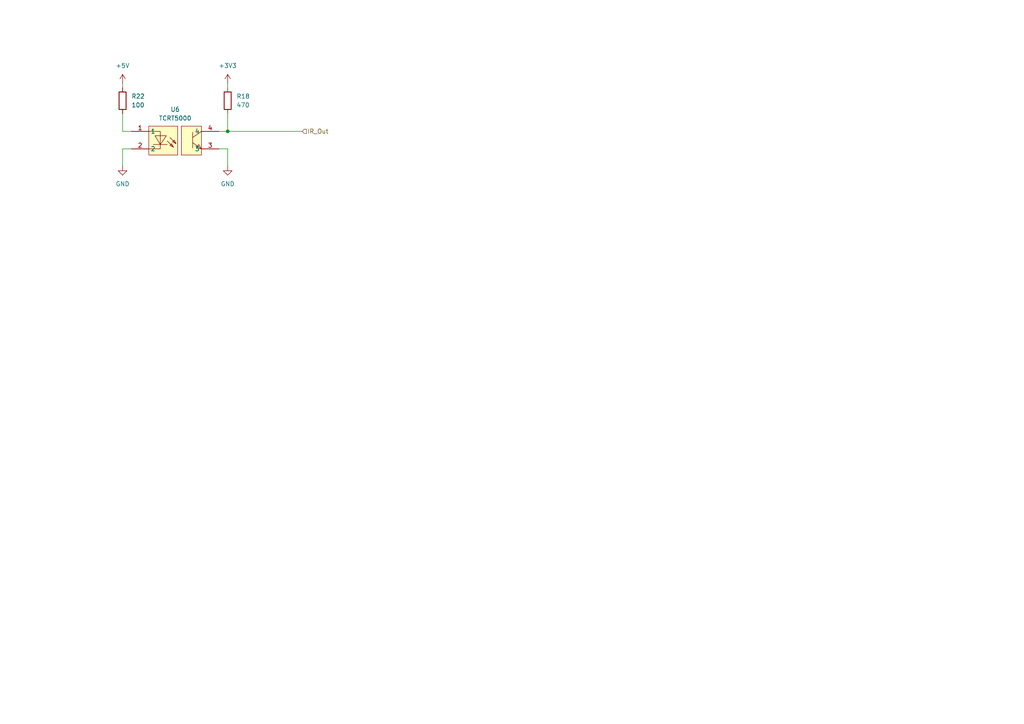
<source format=kicad_sch>
(kicad_sch (version 20250114) (generator "eeschema") (generator_version "9.0")
  (paper "A4")
  (lib_symbols
    (symbol "Device:R" (pin_numbers (hide yes)) (pin_names (offset 0))
      (property "Reference" "R" (at 2.032 0 90))
      (property "Value" "R" (at 0 0 90))
      (symbol "R_0_1"
        (rectangle (start -1.016 -2.54) (end 1.016 2.54) (stroke (width 0.254)))
      )
      (symbol "R_1_1"
        (pin passive line (at 0 3.81 270) (length 1.27) (name "~") (number "1"))
        (pin passive line (at 0 -3.81 90) (length 1.27) (name "~") (number "2"))
      )
    )
    (symbol "easyeda2kicad:TCRT5000"
      (property "Reference" "U" (at 0 7.62 0))
      (property "Value" "TCRT5000" (at 0 -7.62 0))
      (symbol "TCRT5000_0_1"
        (rectangle (start -7.62 4.06) (end 0.76 -4.32) (fill (type background)))
        (polyline (pts (xy -7.62 2.54) (xy -4.32 2.54) (xy -4.32 -2.54) (xy -7.62 -2.54)))
        (polyline (pts (xy -5.84 1.27) (xy -4.32 -1.27) (xy -2.54 1.27) (xy -5.84 1.27)) (fill (type background)))
        (polyline (pts (xy -2.29 -0.25) (xy -0.51 -2.03)))
        (polyline (pts (xy -2.29 -1.27) (xy -6.35 -1.27)))
        (polyline (pts (xy -1.52 0.76) (xy 0.25 -1.02)))
        (polyline (pts (xy -0.51 -2.03) (xy -1.02 -1.02) (xy -1.52 -1.52) (xy -0.51 -2.03)) (fill (type background)))
        (polyline (pts (xy 0.25 -1.02) (xy -0.25 0) (xy -0.76 -0.51) (xy 0.25 -1.02)) (fill (type background)))
        (rectangle (start 1.78 4.06) (end 7.62 -4.32) (fill (type background)))
        (polyline (pts (xy 5.08 2.29) (xy 5.08 -2.29)))
        (polyline (pts (xy 5.08 -0.76) (xy 7.62 -2.54)))
        (polyline (pts (xy 7.62 2.54) (xy 5.08 0.76)))
        (polyline (pts (xy 7.62 -2.54) (xy 6.86 -1.27) (xy 6.1 -2.29) (xy 7.62 -2.54)) (fill (type background)))
        (pin unspecified line (at -12.7 2.54 0) (length 5.08) (name "1") (number "1"))
        (pin unspecified line (at -12.7 -2.54 0) (length 5.08) (name "2") (number "2"))
        (pin unspecified line (at 12.7 2.54 180) (length 5.08) (name "4") (number "4"))
        (pin unspecified line (at 12.7 -2.54 180) (length 5.08) (name "3") (number "3"))
      )
    )
    (symbol "power:+3V3" (power) (pin_numbers (hide yes)) (pin_names (offset 0) (hide yes))
      (property "Value" "+3V3" (at 0 3.556 0))
      (symbol "+3V3_0_1"
        (polyline (pts (xy -0.762 1.27) (xy 0 2.54)))
        (polyline (pts (xy 0 2.54) (xy 0.762 1.27)))
        (polyline (pts (xy 0 0) (xy 0 2.54)))
      )
      (symbol "+3V3_1_1"
        (pin power_in line (at 0 0 90) (length 0) (name "~") (number "1"))
      )
    )
    (symbol "power:+5V" (power) (pin_numbers (hide yes)) (pin_names (offset 0) (hide yes))
      (property "Value" "+5V" (at 0 3.556 0))
      (symbol "+5V_0_1"
        (polyline (pts (xy -0.762 1.27) (xy 0 2.54)))
        (polyline (pts (xy 0 2.54) (xy 0.762 1.27)))
        (polyline (pts (xy 0 0) (xy 0 2.54)))
      )
      (symbol "+5V_1_1"
        (pin power_in line (at 0 0 90) (length 0) (name "~") (number "1"))
      )
    )
    (symbol "power:GND" (power) (pin_numbers (hide yes)) (pin_names (offset 0) (hide yes))
      (property "Value" "GND" (at 0 -3.81 0))
      (symbol "GND_0_1"
        (polyline (pts (xy 0 0) (xy 0 -1.27) (xy 1.27 -1.27) (xy 0 -2.54) (xy -1.27 -1.27) (xy 0 -1.27)))
      )
      (symbol "GND_1_1"
        (pin power_in line (at 0 0 270) (length 0) (name "~") (number "1"))
      )
    )
  )
  (junction (at 66.04 38.1))
  (wire (pts (xy 66.04 38.1) (xy 66.04 33.02)))
  (wire (pts (xy 66.04 43.18) (xy 66.04 48.26)))
  (wire (pts (xy 35.56 24.13) (xy 35.56 25.4)))
  (wire (pts (xy 35.56 33.02) (xy 35.56 38.1)))
  (wire (pts (xy 66.04 38.1) (xy 87.63 38.1)))
  (wire (pts (xy 35.56 43.18) (xy 35.56 48.26)))
  (wire (pts (xy 66.04 24.13) (xy 66.04 25.4)))
  (wire (pts (xy 63.5 43.18) (xy 66.04 43.18)))
  (wire (pts (xy 66.04 38.1) (xy 63.5 38.1)))
  (wire (pts (xy 35.56 38.1) (xy 38.1 38.1)))
  (wire (pts (xy 38.1 43.18) (xy 35.56 43.18)))
  (hierarchical_label "IR_Out" (shape input) (at 87.63 38.1 0))
  (symbol (lib_id "Device:R") (at 66.04 29.21 0) (unit 1)
    (property "Reference" "R12" (at 68.58 27.9399 0) (effects (justify left)))
    (property "Value" "470" (at 68.58 30.4799 0) (effects (justify left)))
    (property "Footprint" "Resistor_THT:R_Axial_DIN0309_L9.0mm_D3.2mm_P12.70mm_Horizontal" (effects (hide yes)))
    (property "Description" "Resistor" (effects (hide yes)))
    (instances (project "motherboard" (path "" (reference "R18") (unit 1)) (path "" (reference "R12") (unit 1)) (path "" (reference "R14") (unit 1)) (path "" (reference "R23") (unit 1)) (path "" (reference "R16") (unit 1))))
  )
  (symbol (lib_id "Device:R") (at 35.56 29.21 0) (unit 1)
    (property "Reference" "R13" (at 38.1 27.9399 0) (effects (justify left)))
    (property "Value" "100" (at 38.1 30.4799 0) (effects (justify left)))
    (property "Footprint" "Resistor_THT:R_Axial_DIN0309_L9.0mm_D3.2mm_P12.70mm_Horizontal" (effects (hide yes)))
    (property "Description" "Resistor" (effects (hide yes)))
    (instances (project "motherboard" (path "" (reference "R22") (unit 1)) (path "" (reference "R13") (unit 1)) (path "" (reference "R15") (unit 1)) (path "" (reference "R24") (unit 1)) (path "" (reference "R17") (unit 1))))
  )
  (symbol (lib_id "power:+3V3") (at 66.04 24.13 0) (unit 1)
    (property "Reference" "#PWR015" (effects (hide yes)))
    (property "Value" "+3V3" (at 66.04 19.05 0))
    (property "Description" "Power symbol creates a global label with name \"+3V3\"" (effects (hide yes)))
    (instances (project "motherboard" (path "" (reference "#PWR029") (unit 1)) (path "" (reference "#PWR015") (unit 1)) (path "" (reference "#PWR0103") (unit 1)) (path "" (reference "#PWR036") (unit 1)) (path "" (reference "#PWR026") (unit 1))))
  )
  (symbol (lib_id "power:GND") (at 35.56 48.26 0) (unit 1)
    (property "Reference" "#PWR0101" (effects (hide yes)))
    (property "Value" "GND" (at 35.56 53.34 0))
    (property "Description" "Power symbol creates a global label with name \"GND\" , ground" (effects (hide yes)))
    (instances (project "motherboard" (path "" (reference "#PWR028") (unit 1)) (path "" (reference "#PWR0101") (unit 1)) (path "" (reference "#PWR020") (unit 1)) (path "" (reference "#PWR032") (unit 1)) (path "" (reference "#PWR024") (unit 1))))
  )
  (symbol (lib_id "easyeda2kicad:TCRT5000") (at 50.8 40.64 0) (unit 1)
    (property "Reference" "U9" (at 50.8 31.75 0))
    (property "Value" "TCRT5000" (at 50.8 34.29 0))
    (property "Footprint" "GS_Connectors:JST_XH_S4B-XH-A-1_1x04_P2.50mm_Horizontal" (effects (hide yes)))
    (property "LCSC Part" "C2984661" (effects (hide yes)))
    (instances (project "motherboard" (path "" (reference "U6") (unit 1)) (path "" (reference "U9") (unit 1)) (path "" (reference "U7") (unit 1)) (path "" (reference "U8") (unit 1)) (path "" (reference "U5") (unit 1))))
  )
  (symbol (lib_id "power:GND") (at 66.04 48.26 0) (unit 1)
    (property "Reference" "#PWR016" (effects (hide yes)))
    (property "Value" "GND" (at 66.04 53.34 0))
    (property "Description" "Power symbol creates a global label with name \"GND\" , ground" (effects (hide yes)))
    (instances (project "motherboard" (path "" (reference "#PWR030") (unit 1)) (path "" (reference "#PWR016") (unit 1)) (path "" (reference "#PWR022") (unit 1)) (path "" (reference "#PWR037") (unit 1)) (path "" (reference "#PWR027") (unit 1))))
  )
  (symbol (lib_id "power:+5V") (at 35.56 24.13 0) (unit 1)
    (property "Reference" "#PWR0102" (effects (hide yes)))
    (property "Value" "+5V" (at 35.56 19.05 0))
    (property "Description" "Power symbol creates a global label with name \"+5V\"" (effects (hide yes)))
    (instances (project "motherboard" (path "" (reference "#PWR017") (unit 1)) (path "" (reference "#PWR0102") (unit 1)) (path "" (reference "#PWR019") (unit 1)) (path "" (reference "#PWR031") (unit 1)) (path "" (reference "#PWR023") (unit 1))))
  )
)
</source>
